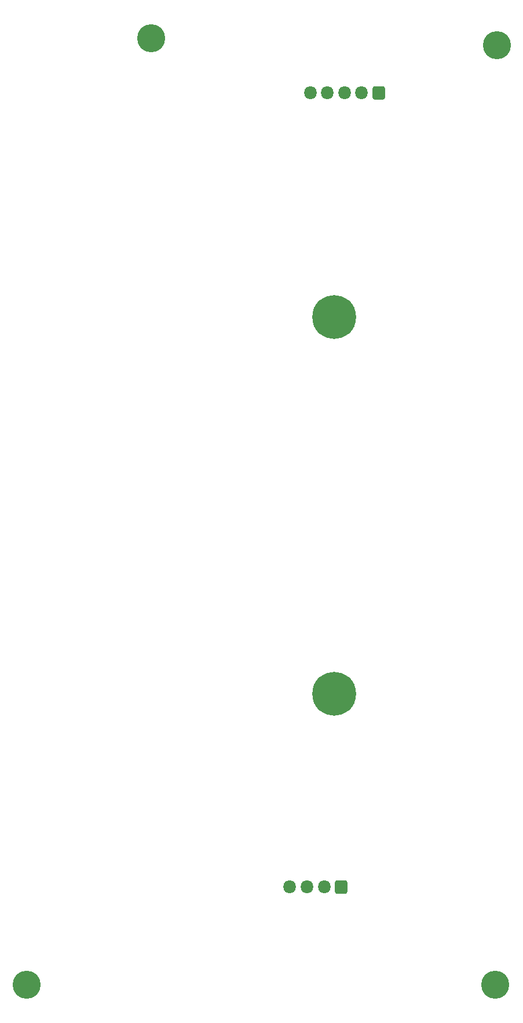
<source format=gbr>
%TF.GenerationSoftware,KiCad,Pcbnew,(5.1.6)-1*%
%TF.CreationDate,2020-08-06T22:58:29+01:00*%
%TF.ProjectId,KiKadAmigaMeanwell,4b694b61-6441-46d6-9967-614d65616e77,1.00*%
%TF.SameCoordinates,Original*%
%TF.FileFunction,Soldermask,Bot*%
%TF.FilePolarity,Negative*%
%FSLAX46Y46*%
G04 Gerber Fmt 4.6, Leading zero omitted, Abs format (unit mm)*
G04 Created by KiCad (PCBNEW (5.1.6)-1) date 2020-08-06 22:58:29*
%MOMM*%
%LPD*%
G01*
G04 APERTURE LIST*
%ADD10C,6.400000*%
%ADD11O,1.800000X1.950000*%
%ADD12C,4.100000*%
G04 APERTURE END LIST*
D10*
%TO.C,Meanwell RT50-B*%
X121000000Y-78000000D03*
X121000000Y-133000000D03*
%TD*%
D11*
%TO.C,To Amiga*%
X114500000Y-161250000D03*
X117000000Y-161250000D03*
X119500000Y-161250000D03*
G36*
G01*
X122900000Y-160539706D02*
X122900000Y-161960294D01*
G75*
G02*
X122635294Y-162225000I-264706J0D01*
G01*
X121364706Y-162225000D01*
G75*
G02*
X121100000Y-161960294I0J264706D01*
G01*
X121100000Y-160539706D01*
G75*
G02*
X121364706Y-160275000I264706J0D01*
G01*
X122635294Y-160275000D01*
G75*
G02*
X122900000Y-160539706I0J-264706D01*
G01*
G37*
%TD*%
%TO.C,White Brown Black Red Yellow*%
X117500000Y-45250000D03*
X120000000Y-45250000D03*
X122500000Y-45250000D03*
X125000000Y-45250000D03*
G36*
G01*
X128400000Y-44539706D02*
X128400000Y-45960294D01*
G75*
G02*
X128135294Y-46225000I-264706J0D01*
G01*
X126864706Y-46225000D01*
G75*
G02*
X126600000Y-45960294I0J264706D01*
G01*
X126600000Y-44539706D01*
G75*
G02*
X126864706Y-44275000I264706J0D01*
G01*
X128135294Y-44275000D01*
G75*
G02*
X128400000Y-44539706I0J-264706D01*
G01*
G37*
%TD*%
D12*
%TO.C,Screw*%
X94250000Y-37250000D03*
%TD*%
%TO.C,Screw*%
X144750000Y-38250000D03*
%TD*%
%TO.C,Screw*%
X144500000Y-175500000D03*
%TD*%
%TO.C,Screw*%
X76000000Y-175500000D03*
%TD*%
M02*

</source>
